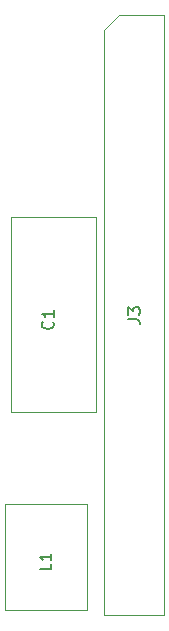
<source format=gbr>
%TF.GenerationSoftware,KiCad,Pcbnew,8.0.4*%
%TF.CreationDate,2024-09-22T15:27:09+02:00*%
%TF.ProjectId,blue_64,626c7565-5f36-4342-9e6b-696361645f70,0.3*%
%TF.SameCoordinates,PX38ecc10PY60e4b00*%
%TF.FileFunction,AssemblyDrawing,Top*%
%FSLAX46Y46*%
G04 Gerber Fmt 4.6, Leading zero omitted, Abs format (unit mm)*
G04 Created by KiCad (PCBNEW 8.0.4) date 2024-09-22 15:27:09*
%MOMM*%
%LPD*%
G01*
G04 APERTURE LIST*
%ADD10C,0.150000*%
%ADD11C,0.100000*%
G04 APERTURE END LIST*
D10*
X4391819Y5633334D02*
X4391819Y5157144D01*
X4391819Y5157144D02*
X3391819Y5157144D01*
X4391819Y6490477D02*
X4391819Y5919049D01*
X4391819Y6204763D02*
X3391819Y6204763D01*
X3391819Y6204763D02*
X3534676Y6109525D01*
X3534676Y6109525D02*
X3629914Y6014287D01*
X3629914Y6014287D02*
X3677533Y5919049D01*
X10884819Y26336667D02*
X11599104Y26336667D01*
X11599104Y26336667D02*
X11741961Y26289048D01*
X11741961Y26289048D02*
X11837200Y26193810D01*
X11837200Y26193810D02*
X11884819Y26050953D01*
X11884819Y26050953D02*
X11884819Y25955715D01*
X10884819Y26717620D02*
X10884819Y27336667D01*
X10884819Y27336667D02*
X11265771Y27003334D01*
X11265771Y27003334D02*
X11265771Y27146191D01*
X11265771Y27146191D02*
X11313390Y27241429D01*
X11313390Y27241429D02*
X11361009Y27289048D01*
X11361009Y27289048D02*
X11456247Y27336667D01*
X11456247Y27336667D02*
X11694342Y27336667D01*
X11694342Y27336667D02*
X11789580Y27289048D01*
X11789580Y27289048D02*
X11837200Y27241429D01*
X11837200Y27241429D02*
X11884819Y27146191D01*
X11884819Y27146191D02*
X11884819Y26860477D01*
X11884819Y26860477D02*
X11837200Y26765239D01*
X11837200Y26765239D02*
X11789580Y26717620D01*
X4496580Y26143334D02*
X4544200Y26095715D01*
X4544200Y26095715D02*
X4591819Y25952858D01*
X4591819Y25952858D02*
X4591819Y25857620D01*
X4591819Y25857620D02*
X4544200Y25714763D01*
X4544200Y25714763D02*
X4448961Y25619525D01*
X4448961Y25619525D02*
X4353723Y25571906D01*
X4353723Y25571906D02*
X4163247Y25524287D01*
X4163247Y25524287D02*
X4020390Y25524287D01*
X4020390Y25524287D02*
X3829914Y25571906D01*
X3829914Y25571906D02*
X3734676Y25619525D01*
X3734676Y25619525D02*
X3639438Y25714763D01*
X3639438Y25714763D02*
X3591819Y25857620D01*
X3591819Y25857620D02*
X3591819Y25952858D01*
X3591819Y25952858D02*
X3639438Y26095715D01*
X3639438Y26095715D02*
X3687057Y26143334D01*
X4591819Y27095715D02*
X4591819Y26524287D01*
X4591819Y26810001D02*
X3591819Y26810001D01*
X3591819Y26810001D02*
X3734676Y26714763D01*
X3734676Y26714763D02*
X3829914Y26619525D01*
X3829914Y26619525D02*
X3877533Y26524287D01*
D11*
X437000Y10700000D02*
X437000Y1700000D01*
X437000Y1700000D02*
X7437000Y1700000D01*
X7437000Y10700000D02*
X437000Y10700000D01*
X7437000Y1700000D02*
X7437000Y10700000D01*
X8890000Y50800000D02*
X10160000Y52070000D01*
X8890000Y1270000D02*
X8890000Y50800000D01*
X10160000Y52070000D02*
X13970000Y52070000D01*
X13970000Y52070000D02*
X13970000Y1270000D01*
X13970000Y1270000D02*
X8890000Y1270000D01*
X937000Y35010000D02*
X937000Y18510000D01*
X937000Y18510000D02*
X8137000Y18510000D01*
X8137000Y35010000D02*
X937000Y35010000D01*
X8137000Y18510000D02*
X8137000Y35010000D01*
M02*

</source>
